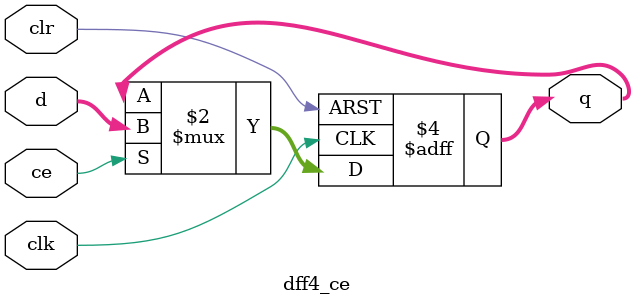
<source format=v>
/* 4-bit D Flip-Flop with Clock Enable and Asynchronous Clear */
module dff4_ce(
  input clr, ce, clk, // Clear, Clock Enable, Clock
  input [3:0] d, // Data in
  output reg [3:0] q // Data out
);

always @(posedge clk or posedge clr) begin // Active High Clock and Asynchronous Active High Clear
  if (clr)
    q <= 0;
  else if (ce) // Synchronous Clock Enable
    q <= d;
end

endmodule

</source>
